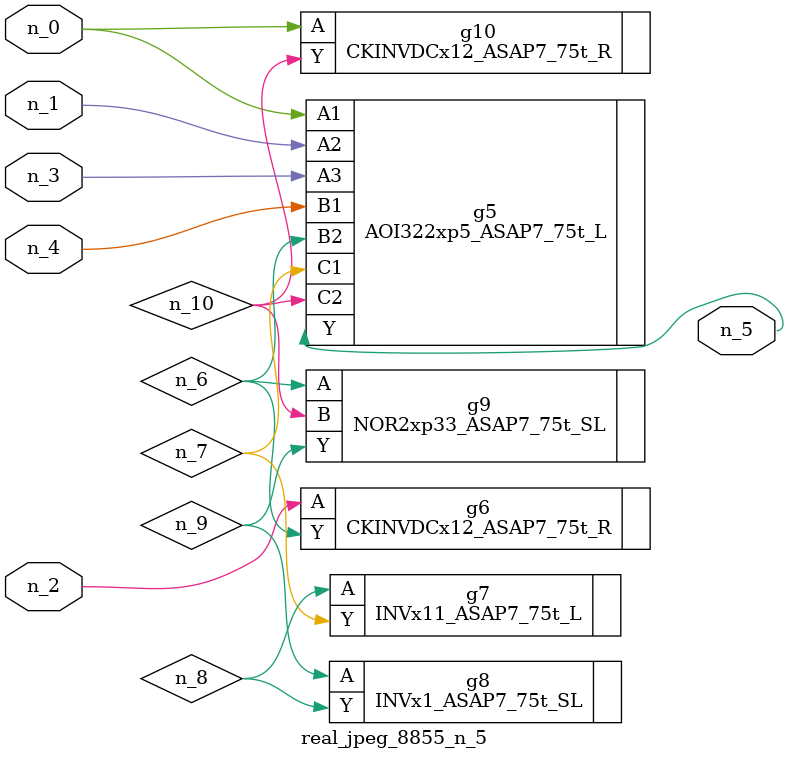
<source format=v>
module real_jpeg_8855_n_5 (n_4, n_0, n_1, n_2, n_3, n_5);

input n_4;
input n_0;
input n_1;
input n_2;
input n_3;

output n_5;

wire n_8;
wire n_6;
wire n_7;
wire n_10;
wire n_9;

AOI322xp5_ASAP7_75t_L g5 ( 
.A1(n_0),
.A2(n_1),
.A3(n_3),
.B1(n_4),
.B2(n_6),
.C1(n_7),
.C2(n_10),
.Y(n_5)
);

CKINVDCx12_ASAP7_75t_R g10 ( 
.A(n_0),
.Y(n_10)
);

CKINVDCx12_ASAP7_75t_R g6 ( 
.A(n_2),
.Y(n_6)
);

NOR2xp33_ASAP7_75t_SL g9 ( 
.A(n_6),
.B(n_10),
.Y(n_9)
);

INVx11_ASAP7_75t_L g7 ( 
.A(n_8),
.Y(n_7)
);

INVx1_ASAP7_75t_SL g8 ( 
.A(n_9),
.Y(n_8)
);


endmodule
</source>
